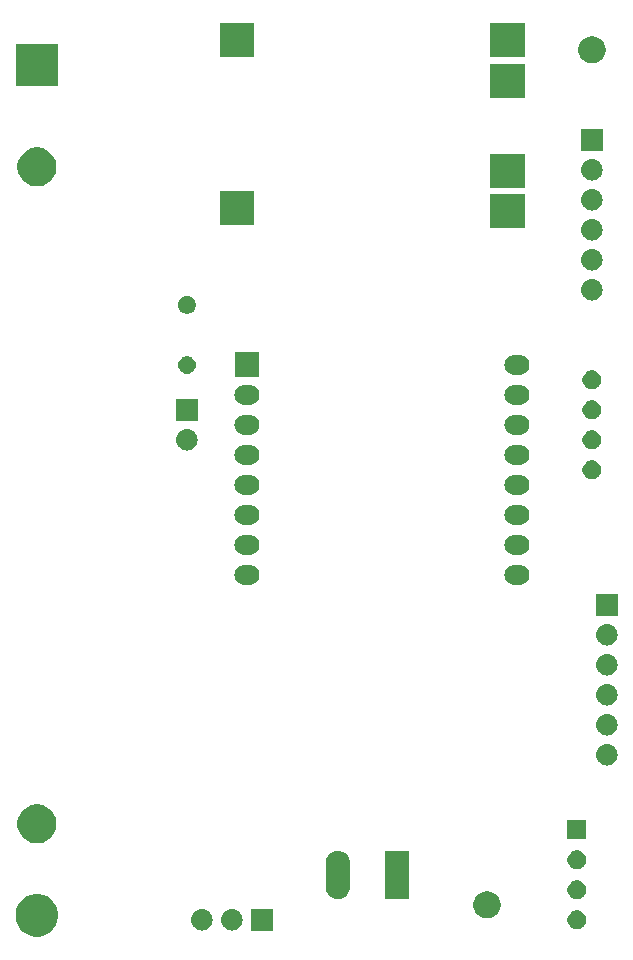
<source format=gbr>
G04 #@! TF.GenerationSoftware,KiCad,Pcbnew,(5.1.4)-1*
G04 #@! TF.CreationDate,2019-10-08T20:05:43+02:00*
G04 #@! TF.ProjectId,weather,77656174-6865-4722-9e6b-696361645f70,rev?*
G04 #@! TF.SameCoordinates,Original*
G04 #@! TF.FileFunction,Soldermask,Top*
G04 #@! TF.FilePolarity,Negative*
%FSLAX46Y46*%
G04 Gerber Fmt 4.6, Leading zero omitted, Abs format (unit mm)*
G04 Created by KiCad (PCBNEW (5.1.4)-1) date 2019-10-08 20:05:43*
%MOMM*%
%LPD*%
G04 APERTURE LIST*
%ADD10C,0.100000*%
G04 APERTURE END LIST*
D10*
G36*
X108475331Y-132498211D02*
G01*
X108803092Y-132633974D01*
X109098070Y-132831072D01*
X109348928Y-133081930D01*
X109546026Y-133376908D01*
X109681789Y-133704669D01*
X109751000Y-134052616D01*
X109751000Y-134407384D01*
X109681789Y-134755331D01*
X109546026Y-135083092D01*
X109348928Y-135378070D01*
X109098070Y-135628928D01*
X108803092Y-135826026D01*
X108475331Y-135961789D01*
X108127384Y-136031000D01*
X107772616Y-136031000D01*
X107424669Y-135961789D01*
X107096908Y-135826026D01*
X106801930Y-135628928D01*
X106551072Y-135378070D01*
X106353974Y-135083092D01*
X106218211Y-134755331D01*
X106149000Y-134407384D01*
X106149000Y-134052616D01*
X106218211Y-133704669D01*
X106353974Y-133376908D01*
X106551072Y-133081930D01*
X106801930Y-132831072D01*
X107096908Y-132633974D01*
X107424669Y-132498211D01*
X107772616Y-132429000D01*
X108127384Y-132429000D01*
X108475331Y-132498211D01*
X108475331Y-132498211D01*
G37*
G36*
X127901000Y-135521000D02*
G01*
X126099000Y-135521000D01*
X126099000Y-133719000D01*
X127901000Y-133719000D01*
X127901000Y-135521000D01*
X127901000Y-135521000D01*
G37*
G36*
X122030443Y-133725519D02*
G01*
X122096627Y-133732037D01*
X122266466Y-133783557D01*
X122422991Y-133867222D01*
X122457083Y-133895201D01*
X122560186Y-133979814D01*
X122643448Y-134081271D01*
X122672778Y-134117009D01*
X122756443Y-134273534D01*
X122807963Y-134443373D01*
X122825359Y-134620000D01*
X122807963Y-134796627D01*
X122756443Y-134966466D01*
X122672778Y-135122991D01*
X122643448Y-135158729D01*
X122560186Y-135260186D01*
X122458729Y-135343448D01*
X122422991Y-135372778D01*
X122266466Y-135456443D01*
X122096627Y-135507963D01*
X122030443Y-135514481D01*
X121964260Y-135521000D01*
X121875740Y-135521000D01*
X121809557Y-135514481D01*
X121743373Y-135507963D01*
X121573534Y-135456443D01*
X121417009Y-135372778D01*
X121381271Y-135343448D01*
X121279814Y-135260186D01*
X121196552Y-135158729D01*
X121167222Y-135122991D01*
X121083557Y-134966466D01*
X121032037Y-134796627D01*
X121014641Y-134620000D01*
X121032037Y-134443373D01*
X121083557Y-134273534D01*
X121167222Y-134117009D01*
X121196552Y-134081271D01*
X121279814Y-133979814D01*
X121382917Y-133895201D01*
X121417009Y-133867222D01*
X121573534Y-133783557D01*
X121743373Y-133732037D01*
X121809557Y-133725519D01*
X121875740Y-133719000D01*
X121964260Y-133719000D01*
X122030443Y-133725519D01*
X122030443Y-133725519D01*
G37*
G36*
X124570443Y-133725519D02*
G01*
X124636627Y-133732037D01*
X124806466Y-133783557D01*
X124962991Y-133867222D01*
X124997083Y-133895201D01*
X125100186Y-133979814D01*
X125183448Y-134081271D01*
X125212778Y-134117009D01*
X125296443Y-134273534D01*
X125347963Y-134443373D01*
X125365359Y-134620000D01*
X125347963Y-134796627D01*
X125296443Y-134966466D01*
X125212778Y-135122991D01*
X125183448Y-135158729D01*
X125100186Y-135260186D01*
X124998729Y-135343448D01*
X124962991Y-135372778D01*
X124806466Y-135456443D01*
X124636627Y-135507963D01*
X124570443Y-135514481D01*
X124504260Y-135521000D01*
X124415740Y-135521000D01*
X124349557Y-135514481D01*
X124283373Y-135507963D01*
X124113534Y-135456443D01*
X123957009Y-135372778D01*
X123921271Y-135343448D01*
X123819814Y-135260186D01*
X123736552Y-135158729D01*
X123707222Y-135122991D01*
X123623557Y-134966466D01*
X123572037Y-134796627D01*
X123554641Y-134620000D01*
X123572037Y-134443373D01*
X123623557Y-134273534D01*
X123707222Y-134117009D01*
X123736552Y-134081271D01*
X123819814Y-133979814D01*
X123922917Y-133895201D01*
X123957009Y-133867222D01*
X124113534Y-133783557D01*
X124283373Y-133732037D01*
X124349557Y-133725519D01*
X124415740Y-133719000D01*
X124504260Y-133719000D01*
X124570443Y-133725519D01*
X124570443Y-133725519D01*
G37*
G36*
X153903642Y-133849781D02*
G01*
X154049414Y-133910162D01*
X154049416Y-133910163D01*
X154180608Y-133997822D01*
X154292178Y-134109392D01*
X154379837Y-134240584D01*
X154379838Y-134240586D01*
X154440219Y-134386358D01*
X154471000Y-134541107D01*
X154471000Y-134698893D01*
X154440219Y-134853642D01*
X154379838Y-134999414D01*
X154379837Y-134999416D01*
X154292178Y-135130608D01*
X154180608Y-135242178D01*
X154049416Y-135329837D01*
X154049415Y-135329838D01*
X154049414Y-135329838D01*
X153903642Y-135390219D01*
X153748893Y-135421000D01*
X153591107Y-135421000D01*
X153436358Y-135390219D01*
X153290586Y-135329838D01*
X153290585Y-135329838D01*
X153290584Y-135329837D01*
X153159392Y-135242178D01*
X153047822Y-135130608D01*
X152960163Y-134999416D01*
X152960162Y-134999414D01*
X152899781Y-134853642D01*
X152869000Y-134698893D01*
X152869000Y-134541107D01*
X152899781Y-134386358D01*
X152960162Y-134240586D01*
X152960163Y-134240584D01*
X153047822Y-134109392D01*
X153159392Y-133997822D01*
X153290584Y-133910163D01*
X153290586Y-133910162D01*
X153436358Y-133849781D01*
X153591107Y-133819000D01*
X153748893Y-133819000D01*
X153903642Y-133849781D01*
X153903642Y-133849781D01*
G37*
G36*
X146274549Y-132221116D02*
G01*
X146385734Y-132243232D01*
X146595203Y-132329997D01*
X146783720Y-132455960D01*
X146944040Y-132616280D01*
X147070003Y-132804797D01*
X147070004Y-132804799D01*
X147084999Y-132841000D01*
X147156768Y-133014266D01*
X147201000Y-133236636D01*
X147201000Y-133463364D01*
X147156768Y-133685734D01*
X147070003Y-133895203D01*
X146944040Y-134083720D01*
X146783720Y-134244040D01*
X146595203Y-134370003D01*
X146385734Y-134456768D01*
X146274549Y-134478884D01*
X146163365Y-134501000D01*
X145936635Y-134501000D01*
X145825451Y-134478884D01*
X145714266Y-134456768D01*
X145504797Y-134370003D01*
X145316280Y-134244040D01*
X145155960Y-134083720D01*
X145029997Y-133895203D01*
X144943232Y-133685734D01*
X144899000Y-133463364D01*
X144899000Y-133236636D01*
X144943232Y-133014266D01*
X145015001Y-132841000D01*
X145029996Y-132804799D01*
X145029997Y-132804797D01*
X145155960Y-132616280D01*
X145316280Y-132455960D01*
X145504797Y-132329997D01*
X145714266Y-132243232D01*
X145825451Y-132221116D01*
X145936635Y-132199000D01*
X146163365Y-132199000D01*
X146274549Y-132221116D01*
X146274549Y-132221116D01*
G37*
G36*
X153903642Y-131309781D02*
G01*
X154049414Y-131370162D01*
X154049416Y-131370163D01*
X154180608Y-131457822D01*
X154292178Y-131569392D01*
X154379837Y-131700584D01*
X154379838Y-131700586D01*
X154440219Y-131846358D01*
X154471000Y-132001107D01*
X154471000Y-132158893D01*
X154440219Y-132313642D01*
X154392436Y-132429000D01*
X154379837Y-132459416D01*
X154292178Y-132590608D01*
X154180608Y-132702178D01*
X154049416Y-132789837D01*
X154049415Y-132789838D01*
X154049414Y-132789838D01*
X153903642Y-132850219D01*
X153748893Y-132881000D01*
X153591107Y-132881000D01*
X153436358Y-132850219D01*
X153290586Y-132789838D01*
X153290585Y-132789838D01*
X153290584Y-132789837D01*
X153159392Y-132702178D01*
X153047822Y-132590608D01*
X152960163Y-132459416D01*
X152947564Y-132429000D01*
X152899781Y-132313642D01*
X152869000Y-132158893D01*
X152869000Y-132001107D01*
X152899781Y-131846358D01*
X152960162Y-131700586D01*
X152960163Y-131700584D01*
X153047822Y-131569392D01*
X153159392Y-131457822D01*
X153290584Y-131370163D01*
X153290586Y-131370162D01*
X153436358Y-131309781D01*
X153591107Y-131279000D01*
X153748893Y-131279000D01*
X153903642Y-131309781D01*
X153903642Y-131309781D01*
G37*
G36*
X133634072Y-128794063D02*
G01*
X133830301Y-128853589D01*
X133830303Y-128853590D01*
X134011145Y-128950252D01*
X134169660Y-129080340D01*
X134299748Y-129238855D01*
X134335829Y-129306358D01*
X134396411Y-129419699D01*
X134455937Y-129615928D01*
X134471000Y-129768868D01*
X134471000Y-131851132D01*
X134455937Y-132004072D01*
X134396411Y-132200300D01*
X134396410Y-132200303D01*
X134299748Y-132381145D01*
X134169660Y-132539660D01*
X134076296Y-132616280D01*
X134011146Y-132669747D01*
X133830300Y-132766411D01*
X133634071Y-132825937D01*
X133430000Y-132846036D01*
X133225928Y-132825937D01*
X133029699Y-132766411D01*
X133029697Y-132766410D01*
X132848855Y-132669748D01*
X132690340Y-132539660D01*
X132594140Y-132422437D01*
X132560253Y-132381146D01*
X132463589Y-132200300D01*
X132404063Y-132004071D01*
X132389000Y-131851131D01*
X132389001Y-129768868D01*
X132404064Y-129615928D01*
X132463590Y-129419699D01*
X132524172Y-129306358D01*
X132560253Y-129238855D01*
X132690341Y-129080340D01*
X132848856Y-128950252D01*
X133029698Y-128853590D01*
X133029700Y-128853589D01*
X133225929Y-128794063D01*
X133430000Y-128773964D01*
X133634072Y-128794063D01*
X133634072Y-128794063D01*
G37*
G36*
X139471000Y-132841000D02*
G01*
X137389000Y-132841000D01*
X137389000Y-128779000D01*
X139471000Y-128779000D01*
X139471000Y-132841000D01*
X139471000Y-132841000D01*
G37*
G36*
X153903642Y-128769781D02*
G01*
X154049414Y-128830162D01*
X154049416Y-128830163D01*
X154180608Y-128917822D01*
X154292178Y-129029392D01*
X154379837Y-129160584D01*
X154379838Y-129160586D01*
X154440219Y-129306358D01*
X154471000Y-129461107D01*
X154471000Y-129618893D01*
X154440219Y-129773642D01*
X154379838Y-129919414D01*
X154379837Y-129919416D01*
X154292178Y-130050608D01*
X154180608Y-130162178D01*
X154049416Y-130249837D01*
X154049415Y-130249838D01*
X154049414Y-130249838D01*
X153903642Y-130310219D01*
X153748893Y-130341000D01*
X153591107Y-130341000D01*
X153436358Y-130310219D01*
X153290586Y-130249838D01*
X153290585Y-130249838D01*
X153290584Y-130249837D01*
X153159392Y-130162178D01*
X153047822Y-130050608D01*
X152960163Y-129919416D01*
X152960162Y-129919414D01*
X152899781Y-129773642D01*
X152869000Y-129618893D01*
X152869000Y-129461107D01*
X152899781Y-129306358D01*
X152960162Y-129160586D01*
X152960163Y-129160584D01*
X153047822Y-129029392D01*
X153159392Y-128917822D01*
X153290584Y-128830163D01*
X153290586Y-128830162D01*
X153436358Y-128769781D01*
X153591107Y-128739000D01*
X153748893Y-128739000D01*
X153903642Y-128769781D01*
X153903642Y-128769781D01*
G37*
G36*
X108325256Y-124876298D02*
G01*
X108431579Y-124897447D01*
X108732042Y-125021903D01*
X109002451Y-125202585D01*
X109232415Y-125432549D01*
X109413097Y-125702958D01*
X109537553Y-126003421D01*
X109601000Y-126322391D01*
X109601000Y-126647609D01*
X109537553Y-126966579D01*
X109413097Y-127267042D01*
X109232415Y-127537451D01*
X109002451Y-127767415D01*
X108732042Y-127948097D01*
X108431579Y-128072553D01*
X108325256Y-128093702D01*
X108112611Y-128136000D01*
X107787389Y-128136000D01*
X107574744Y-128093702D01*
X107468421Y-128072553D01*
X107167958Y-127948097D01*
X106897549Y-127767415D01*
X106667585Y-127537451D01*
X106486903Y-127267042D01*
X106362447Y-126966579D01*
X106299000Y-126647609D01*
X106299000Y-126322391D01*
X106362447Y-126003421D01*
X106486903Y-125702958D01*
X106667585Y-125432549D01*
X106897549Y-125202585D01*
X107167958Y-125021903D01*
X107468421Y-124897447D01*
X107574744Y-124876298D01*
X107787389Y-124834000D01*
X108112611Y-124834000D01*
X108325256Y-124876298D01*
X108325256Y-124876298D01*
G37*
G36*
X154471000Y-127801000D02*
G01*
X152869000Y-127801000D01*
X152869000Y-126199000D01*
X154471000Y-126199000D01*
X154471000Y-127801000D01*
X154471000Y-127801000D01*
G37*
G36*
X156320442Y-119755518D02*
G01*
X156386627Y-119762037D01*
X156556466Y-119813557D01*
X156712991Y-119897222D01*
X156748729Y-119926552D01*
X156850186Y-120009814D01*
X156933448Y-120111271D01*
X156962778Y-120147009D01*
X157046443Y-120303534D01*
X157097963Y-120473373D01*
X157115359Y-120650000D01*
X157097963Y-120826627D01*
X157046443Y-120996466D01*
X156962778Y-121152991D01*
X156933448Y-121188729D01*
X156850186Y-121290186D01*
X156748729Y-121373448D01*
X156712991Y-121402778D01*
X156556466Y-121486443D01*
X156386627Y-121537963D01*
X156320443Y-121544481D01*
X156254260Y-121551000D01*
X156165740Y-121551000D01*
X156099557Y-121544481D01*
X156033373Y-121537963D01*
X155863534Y-121486443D01*
X155707009Y-121402778D01*
X155671271Y-121373448D01*
X155569814Y-121290186D01*
X155486552Y-121188729D01*
X155457222Y-121152991D01*
X155373557Y-120996466D01*
X155322037Y-120826627D01*
X155304641Y-120650000D01*
X155322037Y-120473373D01*
X155373557Y-120303534D01*
X155457222Y-120147009D01*
X155486552Y-120111271D01*
X155569814Y-120009814D01*
X155671271Y-119926552D01*
X155707009Y-119897222D01*
X155863534Y-119813557D01*
X156033373Y-119762037D01*
X156099558Y-119755518D01*
X156165740Y-119749000D01*
X156254260Y-119749000D01*
X156320442Y-119755518D01*
X156320442Y-119755518D01*
G37*
G36*
X156320443Y-117215519D02*
G01*
X156386627Y-117222037D01*
X156556466Y-117273557D01*
X156712991Y-117357222D01*
X156748729Y-117386552D01*
X156850186Y-117469814D01*
X156933448Y-117571271D01*
X156962778Y-117607009D01*
X157046443Y-117763534D01*
X157097963Y-117933373D01*
X157115359Y-118110000D01*
X157097963Y-118286627D01*
X157046443Y-118456466D01*
X156962778Y-118612991D01*
X156933448Y-118648729D01*
X156850186Y-118750186D01*
X156748729Y-118833448D01*
X156712991Y-118862778D01*
X156556466Y-118946443D01*
X156386627Y-118997963D01*
X156320443Y-119004481D01*
X156254260Y-119011000D01*
X156165740Y-119011000D01*
X156099557Y-119004481D01*
X156033373Y-118997963D01*
X155863534Y-118946443D01*
X155707009Y-118862778D01*
X155671271Y-118833448D01*
X155569814Y-118750186D01*
X155486552Y-118648729D01*
X155457222Y-118612991D01*
X155373557Y-118456466D01*
X155322037Y-118286627D01*
X155304641Y-118110000D01*
X155322037Y-117933373D01*
X155373557Y-117763534D01*
X155457222Y-117607009D01*
X155486552Y-117571271D01*
X155569814Y-117469814D01*
X155671271Y-117386552D01*
X155707009Y-117357222D01*
X155863534Y-117273557D01*
X156033373Y-117222037D01*
X156099557Y-117215519D01*
X156165740Y-117209000D01*
X156254260Y-117209000D01*
X156320443Y-117215519D01*
X156320443Y-117215519D01*
G37*
G36*
X156320443Y-114675519D02*
G01*
X156386627Y-114682037D01*
X156556466Y-114733557D01*
X156712991Y-114817222D01*
X156748729Y-114846552D01*
X156850186Y-114929814D01*
X156933448Y-115031271D01*
X156962778Y-115067009D01*
X157046443Y-115223534D01*
X157097963Y-115393373D01*
X157115359Y-115570000D01*
X157097963Y-115746627D01*
X157046443Y-115916466D01*
X156962778Y-116072991D01*
X156933448Y-116108729D01*
X156850186Y-116210186D01*
X156748729Y-116293448D01*
X156712991Y-116322778D01*
X156556466Y-116406443D01*
X156386627Y-116457963D01*
X156320442Y-116464482D01*
X156254260Y-116471000D01*
X156165740Y-116471000D01*
X156099558Y-116464482D01*
X156033373Y-116457963D01*
X155863534Y-116406443D01*
X155707009Y-116322778D01*
X155671271Y-116293448D01*
X155569814Y-116210186D01*
X155486552Y-116108729D01*
X155457222Y-116072991D01*
X155373557Y-115916466D01*
X155322037Y-115746627D01*
X155304641Y-115570000D01*
X155322037Y-115393373D01*
X155373557Y-115223534D01*
X155457222Y-115067009D01*
X155486552Y-115031271D01*
X155569814Y-114929814D01*
X155671271Y-114846552D01*
X155707009Y-114817222D01*
X155863534Y-114733557D01*
X156033373Y-114682037D01*
X156099557Y-114675519D01*
X156165740Y-114669000D01*
X156254260Y-114669000D01*
X156320443Y-114675519D01*
X156320443Y-114675519D01*
G37*
G36*
X156320443Y-112135519D02*
G01*
X156386627Y-112142037D01*
X156556466Y-112193557D01*
X156712991Y-112277222D01*
X156748729Y-112306552D01*
X156850186Y-112389814D01*
X156933448Y-112491271D01*
X156962778Y-112527009D01*
X157046443Y-112683534D01*
X157097963Y-112853373D01*
X157115359Y-113030000D01*
X157097963Y-113206627D01*
X157046443Y-113376466D01*
X156962778Y-113532991D01*
X156933448Y-113568729D01*
X156850186Y-113670186D01*
X156748729Y-113753448D01*
X156712991Y-113782778D01*
X156556466Y-113866443D01*
X156386627Y-113917963D01*
X156320443Y-113924481D01*
X156254260Y-113931000D01*
X156165740Y-113931000D01*
X156099557Y-113924481D01*
X156033373Y-113917963D01*
X155863534Y-113866443D01*
X155707009Y-113782778D01*
X155671271Y-113753448D01*
X155569814Y-113670186D01*
X155486552Y-113568729D01*
X155457222Y-113532991D01*
X155373557Y-113376466D01*
X155322037Y-113206627D01*
X155304641Y-113030000D01*
X155322037Y-112853373D01*
X155373557Y-112683534D01*
X155457222Y-112527009D01*
X155486552Y-112491271D01*
X155569814Y-112389814D01*
X155671271Y-112306552D01*
X155707009Y-112277222D01*
X155863534Y-112193557D01*
X156033373Y-112142037D01*
X156099557Y-112135519D01*
X156165740Y-112129000D01*
X156254260Y-112129000D01*
X156320443Y-112135519D01*
X156320443Y-112135519D01*
G37*
G36*
X156320442Y-109595518D02*
G01*
X156386627Y-109602037D01*
X156556466Y-109653557D01*
X156712991Y-109737222D01*
X156748729Y-109766552D01*
X156850186Y-109849814D01*
X156933448Y-109951271D01*
X156962778Y-109987009D01*
X157046443Y-110143534D01*
X157097963Y-110313373D01*
X157115359Y-110490000D01*
X157097963Y-110666627D01*
X157046443Y-110836466D01*
X156962778Y-110992991D01*
X156933448Y-111028729D01*
X156850186Y-111130186D01*
X156748729Y-111213448D01*
X156712991Y-111242778D01*
X156556466Y-111326443D01*
X156386627Y-111377963D01*
X156320443Y-111384481D01*
X156254260Y-111391000D01*
X156165740Y-111391000D01*
X156099557Y-111384481D01*
X156033373Y-111377963D01*
X155863534Y-111326443D01*
X155707009Y-111242778D01*
X155671271Y-111213448D01*
X155569814Y-111130186D01*
X155486552Y-111028729D01*
X155457222Y-110992991D01*
X155373557Y-110836466D01*
X155322037Y-110666627D01*
X155304641Y-110490000D01*
X155322037Y-110313373D01*
X155373557Y-110143534D01*
X155457222Y-109987009D01*
X155486552Y-109951271D01*
X155569814Y-109849814D01*
X155671271Y-109766552D01*
X155707009Y-109737222D01*
X155863534Y-109653557D01*
X156033373Y-109602037D01*
X156099558Y-109595518D01*
X156165740Y-109589000D01*
X156254260Y-109589000D01*
X156320442Y-109595518D01*
X156320442Y-109595518D01*
G37*
G36*
X157111000Y-108851000D02*
G01*
X155309000Y-108851000D01*
X155309000Y-107049000D01*
X157111000Y-107049000D01*
X157111000Y-108851000D01*
X157111000Y-108851000D01*
G37*
G36*
X148956823Y-104571313D02*
G01*
X149117242Y-104619976D01*
X149249906Y-104690886D01*
X149265078Y-104698996D01*
X149394659Y-104805341D01*
X149501004Y-104934922D01*
X149501005Y-104934924D01*
X149580024Y-105082758D01*
X149628687Y-105243177D01*
X149645117Y-105410000D01*
X149628687Y-105576823D01*
X149580024Y-105737242D01*
X149509114Y-105869906D01*
X149501004Y-105885078D01*
X149394659Y-106014659D01*
X149265078Y-106121004D01*
X149265076Y-106121005D01*
X149117242Y-106200024D01*
X148956823Y-106248687D01*
X148831804Y-106261000D01*
X148348196Y-106261000D01*
X148223177Y-106248687D01*
X148062758Y-106200024D01*
X147914924Y-106121005D01*
X147914922Y-106121004D01*
X147785341Y-106014659D01*
X147678996Y-105885078D01*
X147670886Y-105869906D01*
X147599976Y-105737242D01*
X147551313Y-105576823D01*
X147534883Y-105410000D01*
X147551313Y-105243177D01*
X147599976Y-105082758D01*
X147678995Y-104934924D01*
X147678996Y-104934922D01*
X147785341Y-104805341D01*
X147914922Y-104698996D01*
X147930094Y-104690886D01*
X148062758Y-104619976D01*
X148223177Y-104571313D01*
X148348196Y-104559000D01*
X148831804Y-104559000D01*
X148956823Y-104571313D01*
X148956823Y-104571313D01*
G37*
G36*
X126096823Y-104571313D02*
G01*
X126257242Y-104619976D01*
X126389906Y-104690886D01*
X126405078Y-104698996D01*
X126534659Y-104805341D01*
X126641004Y-104934922D01*
X126641005Y-104934924D01*
X126720024Y-105082758D01*
X126768687Y-105243177D01*
X126785117Y-105410000D01*
X126768687Y-105576823D01*
X126720024Y-105737242D01*
X126649114Y-105869906D01*
X126641004Y-105885078D01*
X126534659Y-106014659D01*
X126405078Y-106121004D01*
X126405076Y-106121005D01*
X126257242Y-106200024D01*
X126096823Y-106248687D01*
X125971804Y-106261000D01*
X125488196Y-106261000D01*
X125363177Y-106248687D01*
X125202758Y-106200024D01*
X125054924Y-106121005D01*
X125054922Y-106121004D01*
X124925341Y-106014659D01*
X124818996Y-105885078D01*
X124810886Y-105869906D01*
X124739976Y-105737242D01*
X124691313Y-105576823D01*
X124674883Y-105410000D01*
X124691313Y-105243177D01*
X124739976Y-105082758D01*
X124818995Y-104934924D01*
X124818996Y-104934922D01*
X124925341Y-104805341D01*
X125054922Y-104698996D01*
X125070094Y-104690886D01*
X125202758Y-104619976D01*
X125363177Y-104571313D01*
X125488196Y-104559000D01*
X125971804Y-104559000D01*
X126096823Y-104571313D01*
X126096823Y-104571313D01*
G37*
G36*
X148956823Y-102031313D02*
G01*
X149117242Y-102079976D01*
X149249906Y-102150886D01*
X149265078Y-102158996D01*
X149394659Y-102265341D01*
X149501004Y-102394922D01*
X149501005Y-102394924D01*
X149580024Y-102542758D01*
X149628687Y-102703177D01*
X149645117Y-102870000D01*
X149628687Y-103036823D01*
X149580024Y-103197242D01*
X149509114Y-103329906D01*
X149501004Y-103345078D01*
X149394659Y-103474659D01*
X149265078Y-103581004D01*
X149265076Y-103581005D01*
X149117242Y-103660024D01*
X148956823Y-103708687D01*
X148831804Y-103721000D01*
X148348196Y-103721000D01*
X148223177Y-103708687D01*
X148062758Y-103660024D01*
X147914924Y-103581005D01*
X147914922Y-103581004D01*
X147785341Y-103474659D01*
X147678996Y-103345078D01*
X147670886Y-103329906D01*
X147599976Y-103197242D01*
X147551313Y-103036823D01*
X147534883Y-102870000D01*
X147551313Y-102703177D01*
X147599976Y-102542758D01*
X147678995Y-102394924D01*
X147678996Y-102394922D01*
X147785341Y-102265341D01*
X147914922Y-102158996D01*
X147930094Y-102150886D01*
X148062758Y-102079976D01*
X148223177Y-102031313D01*
X148348196Y-102019000D01*
X148831804Y-102019000D01*
X148956823Y-102031313D01*
X148956823Y-102031313D01*
G37*
G36*
X126096823Y-102031313D02*
G01*
X126257242Y-102079976D01*
X126389906Y-102150886D01*
X126405078Y-102158996D01*
X126534659Y-102265341D01*
X126641004Y-102394922D01*
X126641005Y-102394924D01*
X126720024Y-102542758D01*
X126768687Y-102703177D01*
X126785117Y-102870000D01*
X126768687Y-103036823D01*
X126720024Y-103197242D01*
X126649114Y-103329906D01*
X126641004Y-103345078D01*
X126534659Y-103474659D01*
X126405078Y-103581004D01*
X126405076Y-103581005D01*
X126257242Y-103660024D01*
X126096823Y-103708687D01*
X125971804Y-103721000D01*
X125488196Y-103721000D01*
X125363177Y-103708687D01*
X125202758Y-103660024D01*
X125054924Y-103581005D01*
X125054922Y-103581004D01*
X124925341Y-103474659D01*
X124818996Y-103345078D01*
X124810886Y-103329906D01*
X124739976Y-103197242D01*
X124691313Y-103036823D01*
X124674883Y-102870000D01*
X124691313Y-102703177D01*
X124739976Y-102542758D01*
X124818995Y-102394924D01*
X124818996Y-102394922D01*
X124925341Y-102265341D01*
X125054922Y-102158996D01*
X125070094Y-102150886D01*
X125202758Y-102079976D01*
X125363177Y-102031313D01*
X125488196Y-102019000D01*
X125971804Y-102019000D01*
X126096823Y-102031313D01*
X126096823Y-102031313D01*
G37*
G36*
X148956823Y-99491313D02*
G01*
X149117242Y-99539976D01*
X149249906Y-99610886D01*
X149265078Y-99618996D01*
X149394659Y-99725341D01*
X149501004Y-99854922D01*
X149501005Y-99854924D01*
X149580024Y-100002758D01*
X149628687Y-100163177D01*
X149645117Y-100330000D01*
X149628687Y-100496823D01*
X149580024Y-100657242D01*
X149509114Y-100789906D01*
X149501004Y-100805078D01*
X149394659Y-100934659D01*
X149265078Y-101041004D01*
X149265076Y-101041005D01*
X149117242Y-101120024D01*
X148956823Y-101168687D01*
X148831804Y-101181000D01*
X148348196Y-101181000D01*
X148223177Y-101168687D01*
X148062758Y-101120024D01*
X147914924Y-101041005D01*
X147914922Y-101041004D01*
X147785341Y-100934659D01*
X147678996Y-100805078D01*
X147670886Y-100789906D01*
X147599976Y-100657242D01*
X147551313Y-100496823D01*
X147534883Y-100330000D01*
X147551313Y-100163177D01*
X147599976Y-100002758D01*
X147678995Y-99854924D01*
X147678996Y-99854922D01*
X147785341Y-99725341D01*
X147914922Y-99618996D01*
X147930094Y-99610886D01*
X148062758Y-99539976D01*
X148223177Y-99491313D01*
X148348196Y-99479000D01*
X148831804Y-99479000D01*
X148956823Y-99491313D01*
X148956823Y-99491313D01*
G37*
G36*
X126096823Y-99491313D02*
G01*
X126257242Y-99539976D01*
X126389906Y-99610886D01*
X126405078Y-99618996D01*
X126534659Y-99725341D01*
X126641004Y-99854922D01*
X126641005Y-99854924D01*
X126720024Y-100002758D01*
X126768687Y-100163177D01*
X126785117Y-100330000D01*
X126768687Y-100496823D01*
X126720024Y-100657242D01*
X126649114Y-100789906D01*
X126641004Y-100805078D01*
X126534659Y-100934659D01*
X126405078Y-101041004D01*
X126405076Y-101041005D01*
X126257242Y-101120024D01*
X126096823Y-101168687D01*
X125971804Y-101181000D01*
X125488196Y-101181000D01*
X125363177Y-101168687D01*
X125202758Y-101120024D01*
X125054924Y-101041005D01*
X125054922Y-101041004D01*
X124925341Y-100934659D01*
X124818996Y-100805078D01*
X124810886Y-100789906D01*
X124739976Y-100657242D01*
X124691313Y-100496823D01*
X124674883Y-100330000D01*
X124691313Y-100163177D01*
X124739976Y-100002758D01*
X124818995Y-99854924D01*
X124818996Y-99854922D01*
X124925341Y-99725341D01*
X125054922Y-99618996D01*
X125070094Y-99610886D01*
X125202758Y-99539976D01*
X125363177Y-99491313D01*
X125488196Y-99479000D01*
X125971804Y-99479000D01*
X126096823Y-99491313D01*
X126096823Y-99491313D01*
G37*
G36*
X148956823Y-96951313D02*
G01*
X149117242Y-96999976D01*
X149174550Y-97030608D01*
X149265078Y-97078996D01*
X149394659Y-97185341D01*
X149501004Y-97314922D01*
X149501005Y-97314924D01*
X149580024Y-97462758D01*
X149628687Y-97623177D01*
X149645117Y-97790000D01*
X149628687Y-97956823D01*
X149580024Y-98117242D01*
X149509114Y-98249906D01*
X149501004Y-98265078D01*
X149394659Y-98394659D01*
X149265078Y-98501004D01*
X149265076Y-98501005D01*
X149117242Y-98580024D01*
X148956823Y-98628687D01*
X148831804Y-98641000D01*
X148348196Y-98641000D01*
X148223177Y-98628687D01*
X148062758Y-98580024D01*
X147914924Y-98501005D01*
X147914922Y-98501004D01*
X147785341Y-98394659D01*
X147678996Y-98265078D01*
X147670886Y-98249906D01*
X147599976Y-98117242D01*
X147551313Y-97956823D01*
X147534883Y-97790000D01*
X147551313Y-97623177D01*
X147599976Y-97462758D01*
X147678995Y-97314924D01*
X147678996Y-97314922D01*
X147785341Y-97185341D01*
X147914922Y-97078996D01*
X148005450Y-97030608D01*
X148062758Y-96999976D01*
X148223177Y-96951313D01*
X148348196Y-96939000D01*
X148831804Y-96939000D01*
X148956823Y-96951313D01*
X148956823Y-96951313D01*
G37*
G36*
X126096823Y-96951313D02*
G01*
X126257242Y-96999976D01*
X126314550Y-97030608D01*
X126405078Y-97078996D01*
X126534659Y-97185341D01*
X126641004Y-97314922D01*
X126641005Y-97314924D01*
X126720024Y-97462758D01*
X126768687Y-97623177D01*
X126785117Y-97790000D01*
X126768687Y-97956823D01*
X126720024Y-98117242D01*
X126649114Y-98249906D01*
X126641004Y-98265078D01*
X126534659Y-98394659D01*
X126405078Y-98501004D01*
X126405076Y-98501005D01*
X126257242Y-98580024D01*
X126096823Y-98628687D01*
X125971804Y-98641000D01*
X125488196Y-98641000D01*
X125363177Y-98628687D01*
X125202758Y-98580024D01*
X125054924Y-98501005D01*
X125054922Y-98501004D01*
X124925341Y-98394659D01*
X124818996Y-98265078D01*
X124810886Y-98249906D01*
X124739976Y-98117242D01*
X124691313Y-97956823D01*
X124674883Y-97790000D01*
X124691313Y-97623177D01*
X124739976Y-97462758D01*
X124818995Y-97314924D01*
X124818996Y-97314922D01*
X124925341Y-97185341D01*
X125054922Y-97078996D01*
X125145450Y-97030608D01*
X125202758Y-96999976D01*
X125363177Y-96951313D01*
X125488196Y-96939000D01*
X125971804Y-96939000D01*
X126096823Y-96951313D01*
X126096823Y-96951313D01*
G37*
G36*
X155173642Y-95749781D02*
G01*
X155319414Y-95810162D01*
X155319416Y-95810163D01*
X155450608Y-95897822D01*
X155562178Y-96009392D01*
X155623388Y-96101000D01*
X155649838Y-96140586D01*
X155710219Y-96286358D01*
X155741000Y-96441107D01*
X155741000Y-96598893D01*
X155710219Y-96753642D01*
X155649838Y-96899414D01*
X155649837Y-96899416D01*
X155562178Y-97030608D01*
X155450608Y-97142178D01*
X155319416Y-97229837D01*
X155319415Y-97229838D01*
X155319414Y-97229838D01*
X155173642Y-97290219D01*
X155018893Y-97321000D01*
X154861107Y-97321000D01*
X154706358Y-97290219D01*
X154560586Y-97229838D01*
X154560585Y-97229838D01*
X154560584Y-97229837D01*
X154429392Y-97142178D01*
X154317822Y-97030608D01*
X154230163Y-96899416D01*
X154230162Y-96899414D01*
X154169781Y-96753642D01*
X154139000Y-96598893D01*
X154139000Y-96441107D01*
X154169781Y-96286358D01*
X154230162Y-96140586D01*
X154256612Y-96101000D01*
X154317822Y-96009392D01*
X154429392Y-95897822D01*
X154560584Y-95810163D01*
X154560586Y-95810162D01*
X154706358Y-95749781D01*
X154861107Y-95719000D01*
X155018893Y-95719000D01*
X155173642Y-95749781D01*
X155173642Y-95749781D01*
G37*
G36*
X126096823Y-94411313D02*
G01*
X126257242Y-94459976D01*
X126314550Y-94490608D01*
X126405078Y-94538996D01*
X126534659Y-94645341D01*
X126641004Y-94774922D01*
X126641005Y-94774924D01*
X126720024Y-94922758D01*
X126768687Y-95083177D01*
X126785117Y-95250000D01*
X126768687Y-95416823D01*
X126720024Y-95577242D01*
X126649114Y-95709906D01*
X126641004Y-95725078D01*
X126534659Y-95854659D01*
X126405078Y-95961004D01*
X126405076Y-95961005D01*
X126257242Y-96040024D01*
X126096823Y-96088687D01*
X125971804Y-96101000D01*
X125488196Y-96101000D01*
X125363177Y-96088687D01*
X125202758Y-96040024D01*
X125054924Y-95961005D01*
X125054922Y-95961004D01*
X124925341Y-95854659D01*
X124818996Y-95725078D01*
X124810886Y-95709906D01*
X124739976Y-95577242D01*
X124691313Y-95416823D01*
X124674883Y-95250000D01*
X124691313Y-95083177D01*
X124739976Y-94922758D01*
X124818995Y-94774924D01*
X124818996Y-94774922D01*
X124925341Y-94645341D01*
X125054922Y-94538996D01*
X125145450Y-94490608D01*
X125202758Y-94459976D01*
X125363177Y-94411313D01*
X125488196Y-94399000D01*
X125971804Y-94399000D01*
X126096823Y-94411313D01*
X126096823Y-94411313D01*
G37*
G36*
X148956823Y-94411313D02*
G01*
X149117242Y-94459976D01*
X149174550Y-94490608D01*
X149265078Y-94538996D01*
X149394659Y-94645341D01*
X149501004Y-94774922D01*
X149501005Y-94774924D01*
X149580024Y-94922758D01*
X149628687Y-95083177D01*
X149645117Y-95250000D01*
X149628687Y-95416823D01*
X149580024Y-95577242D01*
X149509114Y-95709906D01*
X149501004Y-95725078D01*
X149394659Y-95854659D01*
X149265078Y-95961004D01*
X149265076Y-95961005D01*
X149117242Y-96040024D01*
X148956823Y-96088687D01*
X148831804Y-96101000D01*
X148348196Y-96101000D01*
X148223177Y-96088687D01*
X148062758Y-96040024D01*
X147914924Y-95961005D01*
X147914922Y-95961004D01*
X147785341Y-95854659D01*
X147678996Y-95725078D01*
X147670886Y-95709906D01*
X147599976Y-95577242D01*
X147551313Y-95416823D01*
X147534883Y-95250000D01*
X147551313Y-95083177D01*
X147599976Y-94922758D01*
X147678995Y-94774924D01*
X147678996Y-94774922D01*
X147785341Y-94645341D01*
X147914922Y-94538996D01*
X148005450Y-94490608D01*
X148062758Y-94459976D01*
X148223177Y-94411313D01*
X148348196Y-94399000D01*
X148831804Y-94399000D01*
X148956823Y-94411313D01*
X148956823Y-94411313D01*
G37*
G36*
X120760443Y-93085519D02*
G01*
X120826627Y-93092037D01*
X120996466Y-93143557D01*
X121152991Y-93227222D01*
X121188729Y-93256552D01*
X121290186Y-93339814D01*
X121373448Y-93441271D01*
X121402778Y-93477009D01*
X121486443Y-93633534D01*
X121537963Y-93803373D01*
X121555359Y-93980000D01*
X121537963Y-94156627D01*
X121486443Y-94326466D01*
X121402778Y-94482991D01*
X121373448Y-94518729D01*
X121290186Y-94620186D01*
X121188729Y-94703448D01*
X121152991Y-94732778D01*
X120996466Y-94816443D01*
X120826627Y-94867963D01*
X120760443Y-94874481D01*
X120694260Y-94881000D01*
X120605740Y-94881000D01*
X120539557Y-94874481D01*
X120473373Y-94867963D01*
X120303534Y-94816443D01*
X120147009Y-94732778D01*
X120111271Y-94703448D01*
X120009814Y-94620186D01*
X119926552Y-94518729D01*
X119897222Y-94482991D01*
X119813557Y-94326466D01*
X119762037Y-94156627D01*
X119744641Y-93980000D01*
X119762037Y-93803373D01*
X119813557Y-93633534D01*
X119897222Y-93477009D01*
X119926552Y-93441271D01*
X120009814Y-93339814D01*
X120111271Y-93256552D01*
X120147009Y-93227222D01*
X120303534Y-93143557D01*
X120473373Y-93092037D01*
X120539557Y-93085519D01*
X120605740Y-93079000D01*
X120694260Y-93079000D01*
X120760443Y-93085519D01*
X120760443Y-93085519D01*
G37*
G36*
X155173642Y-93209781D02*
G01*
X155319414Y-93270162D01*
X155319416Y-93270163D01*
X155450608Y-93357822D01*
X155562178Y-93469392D01*
X155623388Y-93561000D01*
X155649838Y-93600586D01*
X155710219Y-93746358D01*
X155741000Y-93901107D01*
X155741000Y-94058893D01*
X155710219Y-94213642D01*
X155649838Y-94359414D01*
X155649837Y-94359416D01*
X155562178Y-94490608D01*
X155450608Y-94602178D01*
X155319416Y-94689837D01*
X155319415Y-94689838D01*
X155319414Y-94689838D01*
X155173642Y-94750219D01*
X155018893Y-94781000D01*
X154861107Y-94781000D01*
X154706358Y-94750219D01*
X154560586Y-94689838D01*
X154560585Y-94689838D01*
X154560584Y-94689837D01*
X154429392Y-94602178D01*
X154317822Y-94490608D01*
X154230163Y-94359416D01*
X154230162Y-94359414D01*
X154169781Y-94213642D01*
X154139000Y-94058893D01*
X154139000Y-93901107D01*
X154169781Y-93746358D01*
X154230162Y-93600586D01*
X154256612Y-93561000D01*
X154317822Y-93469392D01*
X154429392Y-93357822D01*
X154560584Y-93270163D01*
X154560586Y-93270162D01*
X154706358Y-93209781D01*
X154861107Y-93179000D01*
X155018893Y-93179000D01*
X155173642Y-93209781D01*
X155173642Y-93209781D01*
G37*
G36*
X148956823Y-91871313D02*
G01*
X149117242Y-91919976D01*
X149174550Y-91950608D01*
X149265078Y-91998996D01*
X149394659Y-92105341D01*
X149501004Y-92234922D01*
X149501005Y-92234924D01*
X149580024Y-92382758D01*
X149628687Y-92543177D01*
X149645117Y-92710000D01*
X149628687Y-92876823D01*
X149580024Y-93037242D01*
X149550735Y-93092037D01*
X149501004Y-93185078D01*
X149394659Y-93314659D01*
X149265078Y-93421004D01*
X149265076Y-93421005D01*
X149117242Y-93500024D01*
X148956823Y-93548687D01*
X148831804Y-93561000D01*
X148348196Y-93561000D01*
X148223177Y-93548687D01*
X148062758Y-93500024D01*
X147914924Y-93421005D01*
X147914922Y-93421004D01*
X147785341Y-93314659D01*
X147678996Y-93185078D01*
X147629265Y-93092037D01*
X147599976Y-93037242D01*
X147551313Y-92876823D01*
X147534883Y-92710000D01*
X147551313Y-92543177D01*
X147599976Y-92382758D01*
X147678995Y-92234924D01*
X147678996Y-92234922D01*
X147785341Y-92105341D01*
X147914922Y-91998996D01*
X148005450Y-91950608D01*
X148062758Y-91919976D01*
X148223177Y-91871313D01*
X148348196Y-91859000D01*
X148831804Y-91859000D01*
X148956823Y-91871313D01*
X148956823Y-91871313D01*
G37*
G36*
X126096823Y-91871313D02*
G01*
X126257242Y-91919976D01*
X126314550Y-91950608D01*
X126405078Y-91998996D01*
X126534659Y-92105341D01*
X126641004Y-92234922D01*
X126641005Y-92234924D01*
X126720024Y-92382758D01*
X126768687Y-92543177D01*
X126785117Y-92710000D01*
X126768687Y-92876823D01*
X126720024Y-93037242D01*
X126690735Y-93092037D01*
X126641004Y-93185078D01*
X126534659Y-93314659D01*
X126405078Y-93421004D01*
X126405076Y-93421005D01*
X126257242Y-93500024D01*
X126096823Y-93548687D01*
X125971804Y-93561000D01*
X125488196Y-93561000D01*
X125363177Y-93548687D01*
X125202758Y-93500024D01*
X125054924Y-93421005D01*
X125054922Y-93421004D01*
X124925341Y-93314659D01*
X124818996Y-93185078D01*
X124769265Y-93092037D01*
X124739976Y-93037242D01*
X124691313Y-92876823D01*
X124674883Y-92710000D01*
X124691313Y-92543177D01*
X124739976Y-92382758D01*
X124818995Y-92234924D01*
X124818996Y-92234922D01*
X124925341Y-92105341D01*
X125054922Y-91998996D01*
X125145450Y-91950608D01*
X125202758Y-91919976D01*
X125363177Y-91871313D01*
X125488196Y-91859000D01*
X125971804Y-91859000D01*
X126096823Y-91871313D01*
X126096823Y-91871313D01*
G37*
G36*
X121551000Y-92341000D02*
G01*
X119749000Y-92341000D01*
X119749000Y-90539000D01*
X121551000Y-90539000D01*
X121551000Y-92341000D01*
X121551000Y-92341000D01*
G37*
G36*
X155173642Y-90669781D02*
G01*
X155319414Y-90730162D01*
X155319416Y-90730163D01*
X155450608Y-90817822D01*
X155562178Y-90929392D01*
X155623388Y-91021000D01*
X155649838Y-91060586D01*
X155710219Y-91206358D01*
X155741000Y-91361107D01*
X155741000Y-91518893D01*
X155710219Y-91673642D01*
X155649838Y-91819414D01*
X155649837Y-91819416D01*
X155562178Y-91950608D01*
X155450608Y-92062178D01*
X155319416Y-92149837D01*
X155319415Y-92149838D01*
X155319414Y-92149838D01*
X155173642Y-92210219D01*
X155018893Y-92241000D01*
X154861107Y-92241000D01*
X154706358Y-92210219D01*
X154560586Y-92149838D01*
X154560585Y-92149838D01*
X154560584Y-92149837D01*
X154429392Y-92062178D01*
X154317822Y-91950608D01*
X154230163Y-91819416D01*
X154230162Y-91819414D01*
X154169781Y-91673642D01*
X154139000Y-91518893D01*
X154139000Y-91361107D01*
X154169781Y-91206358D01*
X154230162Y-91060586D01*
X154256612Y-91021000D01*
X154317822Y-90929392D01*
X154429392Y-90817822D01*
X154560584Y-90730163D01*
X154560586Y-90730162D01*
X154706358Y-90669781D01*
X154861107Y-90639000D01*
X155018893Y-90639000D01*
X155173642Y-90669781D01*
X155173642Y-90669781D01*
G37*
G36*
X148956823Y-89331313D02*
G01*
X149117242Y-89379976D01*
X149174550Y-89410608D01*
X149265078Y-89458996D01*
X149394659Y-89565341D01*
X149501004Y-89694922D01*
X149501005Y-89694924D01*
X149580024Y-89842758D01*
X149628687Y-90003177D01*
X149645117Y-90170000D01*
X149628687Y-90336823D01*
X149580024Y-90497242D01*
X149509114Y-90629906D01*
X149501004Y-90645078D01*
X149394659Y-90774659D01*
X149265078Y-90881004D01*
X149265076Y-90881005D01*
X149117242Y-90960024D01*
X148956823Y-91008687D01*
X148831804Y-91021000D01*
X148348196Y-91021000D01*
X148223177Y-91008687D01*
X148062758Y-90960024D01*
X147914924Y-90881005D01*
X147914922Y-90881004D01*
X147785341Y-90774659D01*
X147678996Y-90645078D01*
X147670886Y-90629906D01*
X147599976Y-90497242D01*
X147551313Y-90336823D01*
X147534883Y-90170000D01*
X147551313Y-90003177D01*
X147599976Y-89842758D01*
X147678995Y-89694924D01*
X147678996Y-89694922D01*
X147785341Y-89565341D01*
X147914922Y-89458996D01*
X148005450Y-89410608D01*
X148062758Y-89379976D01*
X148223177Y-89331313D01*
X148348196Y-89319000D01*
X148831804Y-89319000D01*
X148956823Y-89331313D01*
X148956823Y-89331313D01*
G37*
G36*
X126096823Y-89331313D02*
G01*
X126257242Y-89379976D01*
X126314550Y-89410608D01*
X126405078Y-89458996D01*
X126534659Y-89565341D01*
X126641004Y-89694922D01*
X126641005Y-89694924D01*
X126720024Y-89842758D01*
X126768687Y-90003177D01*
X126785117Y-90170000D01*
X126768687Y-90336823D01*
X126720024Y-90497242D01*
X126649114Y-90629906D01*
X126641004Y-90645078D01*
X126534659Y-90774659D01*
X126405078Y-90881004D01*
X126405076Y-90881005D01*
X126257242Y-90960024D01*
X126096823Y-91008687D01*
X125971804Y-91021000D01*
X125488196Y-91021000D01*
X125363177Y-91008687D01*
X125202758Y-90960024D01*
X125054924Y-90881005D01*
X125054922Y-90881004D01*
X124925341Y-90774659D01*
X124818996Y-90645078D01*
X124810886Y-90629906D01*
X124739976Y-90497242D01*
X124691313Y-90336823D01*
X124674883Y-90170000D01*
X124691313Y-90003177D01*
X124739976Y-89842758D01*
X124818995Y-89694924D01*
X124818996Y-89694922D01*
X124925341Y-89565341D01*
X125054922Y-89458996D01*
X125145450Y-89410608D01*
X125202758Y-89379976D01*
X125363177Y-89331313D01*
X125488196Y-89319000D01*
X125971804Y-89319000D01*
X126096823Y-89331313D01*
X126096823Y-89331313D01*
G37*
G36*
X155173642Y-88129781D02*
G01*
X155319414Y-88190162D01*
X155319416Y-88190163D01*
X155450608Y-88277822D01*
X155562178Y-88389392D01*
X155623388Y-88481000D01*
X155649838Y-88520586D01*
X155710219Y-88666358D01*
X155741000Y-88821107D01*
X155741000Y-88978893D01*
X155710219Y-89133642D01*
X155649838Y-89279414D01*
X155649837Y-89279416D01*
X155562178Y-89410608D01*
X155450608Y-89522178D01*
X155319416Y-89609837D01*
X155319415Y-89609838D01*
X155319414Y-89609838D01*
X155173642Y-89670219D01*
X155018893Y-89701000D01*
X154861107Y-89701000D01*
X154706358Y-89670219D01*
X154560586Y-89609838D01*
X154560585Y-89609838D01*
X154560584Y-89609837D01*
X154429392Y-89522178D01*
X154317822Y-89410608D01*
X154230163Y-89279416D01*
X154230162Y-89279414D01*
X154169781Y-89133642D01*
X154139000Y-88978893D01*
X154139000Y-88821107D01*
X154169781Y-88666358D01*
X154230162Y-88520586D01*
X154256612Y-88481000D01*
X154317822Y-88389392D01*
X154429392Y-88277822D01*
X154560584Y-88190163D01*
X154560586Y-88190162D01*
X154706358Y-88129781D01*
X154861107Y-88099000D01*
X155018893Y-88099000D01*
X155173642Y-88129781D01*
X155173642Y-88129781D01*
G37*
G36*
X126781000Y-88681000D02*
G01*
X124679000Y-88681000D01*
X124679000Y-86579000D01*
X126781000Y-86579000D01*
X126781000Y-88681000D01*
X126781000Y-88681000D01*
G37*
G36*
X148956823Y-86791313D02*
G01*
X149117242Y-86839976D01*
X149210581Y-86889867D01*
X149265078Y-86918996D01*
X149394659Y-87025341D01*
X149501004Y-87154922D01*
X149501005Y-87154924D01*
X149580024Y-87302758D01*
X149628687Y-87463177D01*
X149645117Y-87630000D01*
X149628687Y-87796823D01*
X149580024Y-87957242D01*
X149509114Y-88089906D01*
X149501004Y-88105078D01*
X149394659Y-88234659D01*
X149265078Y-88341004D01*
X149265076Y-88341005D01*
X149117242Y-88420024D01*
X148956823Y-88468687D01*
X148831804Y-88481000D01*
X148348196Y-88481000D01*
X148223177Y-88468687D01*
X148062758Y-88420024D01*
X147914924Y-88341005D01*
X147914922Y-88341004D01*
X147785341Y-88234659D01*
X147678996Y-88105078D01*
X147670886Y-88089906D01*
X147599976Y-87957242D01*
X147551313Y-87796823D01*
X147534883Y-87630000D01*
X147551313Y-87463177D01*
X147599976Y-87302758D01*
X147678995Y-87154924D01*
X147678996Y-87154922D01*
X147785341Y-87025341D01*
X147914922Y-86918996D01*
X147969419Y-86889867D01*
X148062758Y-86839976D01*
X148223177Y-86791313D01*
X148348196Y-86779000D01*
X148831804Y-86779000D01*
X148956823Y-86791313D01*
X148956823Y-86791313D01*
G37*
G36*
X120723665Y-86882622D02*
G01*
X120797222Y-86889867D01*
X120938786Y-86932810D01*
X121069252Y-87002546D01*
X121097028Y-87025341D01*
X121183607Y-87096393D01*
X121253008Y-87180960D01*
X121277454Y-87210748D01*
X121347190Y-87341214D01*
X121390133Y-87482778D01*
X121404633Y-87630000D01*
X121390133Y-87777222D01*
X121347190Y-87918786D01*
X121277454Y-88049252D01*
X121253008Y-88079040D01*
X121183607Y-88163607D01*
X121099040Y-88233008D01*
X121069252Y-88257454D01*
X120938786Y-88327190D01*
X120797222Y-88370133D01*
X120723665Y-88377378D01*
X120686888Y-88381000D01*
X120613112Y-88381000D01*
X120576335Y-88377378D01*
X120502778Y-88370133D01*
X120361214Y-88327190D01*
X120230748Y-88257454D01*
X120200960Y-88233008D01*
X120116393Y-88163607D01*
X120046992Y-88079040D01*
X120022546Y-88049252D01*
X119952810Y-87918786D01*
X119909867Y-87777222D01*
X119895367Y-87630000D01*
X119909867Y-87482778D01*
X119952810Y-87341214D01*
X120022546Y-87210748D01*
X120046992Y-87180960D01*
X120116393Y-87096393D01*
X120202972Y-87025341D01*
X120230748Y-87002546D01*
X120361214Y-86932810D01*
X120502778Y-86889867D01*
X120576335Y-86882622D01*
X120613112Y-86879000D01*
X120686888Y-86879000D01*
X120723665Y-86882622D01*
X120723665Y-86882622D01*
G37*
G36*
X120869059Y-81827860D02*
G01*
X121005732Y-81884472D01*
X121128735Y-81966660D01*
X121233340Y-82071265D01*
X121315528Y-82194268D01*
X121372140Y-82330941D01*
X121401000Y-82476033D01*
X121401000Y-82623967D01*
X121372140Y-82769059D01*
X121315528Y-82905732D01*
X121233340Y-83028735D01*
X121128735Y-83133340D01*
X121005732Y-83215528D01*
X121005731Y-83215529D01*
X121005730Y-83215529D01*
X120869059Y-83272140D01*
X120723968Y-83301000D01*
X120576032Y-83301000D01*
X120430941Y-83272140D01*
X120294270Y-83215529D01*
X120294269Y-83215529D01*
X120294268Y-83215528D01*
X120171265Y-83133340D01*
X120066660Y-83028735D01*
X119984472Y-82905732D01*
X119927860Y-82769059D01*
X119899000Y-82623967D01*
X119899000Y-82476033D01*
X119927860Y-82330941D01*
X119984472Y-82194268D01*
X120066660Y-82071265D01*
X120171265Y-81966660D01*
X120294268Y-81884472D01*
X120430941Y-81827860D01*
X120576032Y-81799000D01*
X120723968Y-81799000D01*
X120869059Y-81827860D01*
X120869059Y-81827860D01*
G37*
G36*
X155050442Y-80385518D02*
G01*
X155116627Y-80392037D01*
X155286466Y-80443557D01*
X155442991Y-80527222D01*
X155478729Y-80556552D01*
X155580186Y-80639814D01*
X155663448Y-80741271D01*
X155692778Y-80777009D01*
X155776443Y-80933534D01*
X155827963Y-81103373D01*
X155845359Y-81280000D01*
X155827963Y-81456627D01*
X155776443Y-81626466D01*
X155692778Y-81782991D01*
X155663448Y-81818729D01*
X155580186Y-81920186D01*
X155478729Y-82003448D01*
X155442991Y-82032778D01*
X155286466Y-82116443D01*
X155116627Y-82167963D01*
X155050443Y-82174481D01*
X154984260Y-82181000D01*
X154895740Y-82181000D01*
X154829557Y-82174481D01*
X154763373Y-82167963D01*
X154593534Y-82116443D01*
X154437009Y-82032778D01*
X154401271Y-82003448D01*
X154299814Y-81920186D01*
X154216552Y-81818729D01*
X154187222Y-81782991D01*
X154103557Y-81626466D01*
X154052037Y-81456627D01*
X154034641Y-81280000D01*
X154052037Y-81103373D01*
X154103557Y-80933534D01*
X154187222Y-80777009D01*
X154216552Y-80741271D01*
X154299814Y-80639814D01*
X154401271Y-80556552D01*
X154437009Y-80527222D01*
X154593534Y-80443557D01*
X154763373Y-80392037D01*
X154829558Y-80385518D01*
X154895740Y-80379000D01*
X154984260Y-80379000D01*
X155050442Y-80385518D01*
X155050442Y-80385518D01*
G37*
G36*
X155050443Y-77845519D02*
G01*
X155116627Y-77852037D01*
X155286466Y-77903557D01*
X155442991Y-77987222D01*
X155478729Y-78016552D01*
X155580186Y-78099814D01*
X155663448Y-78201271D01*
X155692778Y-78237009D01*
X155776443Y-78393534D01*
X155827963Y-78563373D01*
X155845359Y-78740000D01*
X155827963Y-78916627D01*
X155776443Y-79086466D01*
X155692778Y-79242991D01*
X155663448Y-79278729D01*
X155580186Y-79380186D01*
X155478729Y-79463448D01*
X155442991Y-79492778D01*
X155286466Y-79576443D01*
X155116627Y-79627963D01*
X155050442Y-79634482D01*
X154984260Y-79641000D01*
X154895740Y-79641000D01*
X154829558Y-79634482D01*
X154763373Y-79627963D01*
X154593534Y-79576443D01*
X154437009Y-79492778D01*
X154401271Y-79463448D01*
X154299814Y-79380186D01*
X154216552Y-79278729D01*
X154187222Y-79242991D01*
X154103557Y-79086466D01*
X154052037Y-78916627D01*
X154034641Y-78740000D01*
X154052037Y-78563373D01*
X154103557Y-78393534D01*
X154187222Y-78237009D01*
X154216552Y-78201271D01*
X154299814Y-78099814D01*
X154401271Y-78016552D01*
X154437009Y-77987222D01*
X154593534Y-77903557D01*
X154763373Y-77852037D01*
X154829557Y-77845519D01*
X154895740Y-77839000D01*
X154984260Y-77839000D01*
X155050443Y-77845519D01*
X155050443Y-77845519D01*
G37*
G36*
X155050442Y-75305518D02*
G01*
X155116627Y-75312037D01*
X155286466Y-75363557D01*
X155442991Y-75447222D01*
X155478729Y-75476552D01*
X155580186Y-75559814D01*
X155663448Y-75661271D01*
X155692778Y-75697009D01*
X155776443Y-75853534D01*
X155827963Y-76023373D01*
X155845359Y-76200000D01*
X155827963Y-76376627D01*
X155776443Y-76546466D01*
X155692778Y-76702991D01*
X155663448Y-76738729D01*
X155580186Y-76840186D01*
X155478729Y-76923448D01*
X155442991Y-76952778D01*
X155286466Y-77036443D01*
X155116627Y-77087963D01*
X155050442Y-77094482D01*
X154984260Y-77101000D01*
X154895740Y-77101000D01*
X154829558Y-77094482D01*
X154763373Y-77087963D01*
X154593534Y-77036443D01*
X154437009Y-76952778D01*
X154401271Y-76923448D01*
X154299814Y-76840186D01*
X154216552Y-76738729D01*
X154187222Y-76702991D01*
X154103557Y-76546466D01*
X154052037Y-76376627D01*
X154034641Y-76200000D01*
X154052037Y-76023373D01*
X154103557Y-75853534D01*
X154187222Y-75697009D01*
X154216552Y-75661271D01*
X154299814Y-75559814D01*
X154401271Y-75476552D01*
X154437009Y-75447222D01*
X154593534Y-75363557D01*
X154763373Y-75312037D01*
X154829558Y-75305518D01*
X154895740Y-75299000D01*
X154984260Y-75299000D01*
X155050442Y-75305518D01*
X155050442Y-75305518D01*
G37*
G36*
X149241000Y-76071000D02*
G01*
X146339000Y-76071000D01*
X146339000Y-73169000D01*
X149241000Y-73169000D01*
X149241000Y-76071000D01*
X149241000Y-76071000D01*
G37*
G36*
X126341000Y-75771000D02*
G01*
X123439000Y-75771000D01*
X123439000Y-72869000D01*
X126341000Y-72869000D01*
X126341000Y-75771000D01*
X126341000Y-75771000D01*
G37*
G36*
X155050442Y-72765518D02*
G01*
X155116627Y-72772037D01*
X155286466Y-72823557D01*
X155442991Y-72907222D01*
X155478729Y-72936552D01*
X155580186Y-73019814D01*
X155663448Y-73121271D01*
X155692778Y-73157009D01*
X155776443Y-73313534D01*
X155827963Y-73483373D01*
X155845359Y-73660000D01*
X155827963Y-73836627D01*
X155776443Y-74006466D01*
X155692778Y-74162991D01*
X155663448Y-74198729D01*
X155580186Y-74300186D01*
X155478729Y-74383448D01*
X155442991Y-74412778D01*
X155286466Y-74496443D01*
X155116627Y-74547963D01*
X155050442Y-74554482D01*
X154984260Y-74561000D01*
X154895740Y-74561000D01*
X154829558Y-74554482D01*
X154763373Y-74547963D01*
X154593534Y-74496443D01*
X154437009Y-74412778D01*
X154401271Y-74383448D01*
X154299814Y-74300186D01*
X154216552Y-74198729D01*
X154187222Y-74162991D01*
X154103557Y-74006466D01*
X154052037Y-73836627D01*
X154034641Y-73660000D01*
X154052037Y-73483373D01*
X154103557Y-73313534D01*
X154187222Y-73157009D01*
X154216552Y-73121271D01*
X154299814Y-73019814D01*
X154401271Y-72936552D01*
X154437009Y-72907222D01*
X154593534Y-72823557D01*
X154763373Y-72772037D01*
X154829558Y-72765518D01*
X154895740Y-72759000D01*
X154984260Y-72759000D01*
X155050442Y-72765518D01*
X155050442Y-72765518D01*
G37*
G36*
X149241000Y-72671000D02*
G01*
X146339000Y-72671000D01*
X146339000Y-69769000D01*
X149241000Y-69769000D01*
X149241000Y-72671000D01*
X149241000Y-72671000D01*
G37*
G36*
X108325256Y-69266298D02*
G01*
X108431579Y-69287447D01*
X108732042Y-69411903D01*
X109002451Y-69592585D01*
X109232415Y-69822549D01*
X109413097Y-70092958D01*
X109526701Y-70367221D01*
X109537553Y-70393422D01*
X109601000Y-70712389D01*
X109601000Y-71037611D01*
X109558702Y-71250256D01*
X109549479Y-71296625D01*
X109537553Y-71356578D01*
X109427202Y-71622991D01*
X109413097Y-71657042D01*
X109232415Y-71927451D01*
X109002451Y-72157415D01*
X108732042Y-72338097D01*
X108431579Y-72462553D01*
X108325256Y-72483702D01*
X108112611Y-72526000D01*
X107787389Y-72526000D01*
X107574744Y-72483702D01*
X107468421Y-72462553D01*
X107167958Y-72338097D01*
X106897549Y-72157415D01*
X106667585Y-71927451D01*
X106486903Y-71657042D01*
X106472799Y-71622991D01*
X106362447Y-71356578D01*
X106350522Y-71296625D01*
X106341298Y-71250256D01*
X106299000Y-71037611D01*
X106299000Y-70712389D01*
X106362447Y-70393422D01*
X106373300Y-70367221D01*
X106486903Y-70092958D01*
X106667585Y-69822549D01*
X106897549Y-69592585D01*
X107167958Y-69411903D01*
X107468421Y-69287447D01*
X107574744Y-69266298D01*
X107787389Y-69224000D01*
X108112611Y-69224000D01*
X108325256Y-69266298D01*
X108325256Y-69266298D01*
G37*
G36*
X155050442Y-70225518D02*
G01*
X155116627Y-70232037D01*
X155286466Y-70283557D01*
X155442991Y-70367222D01*
X155478729Y-70396552D01*
X155580186Y-70479814D01*
X155663448Y-70581271D01*
X155692778Y-70617009D01*
X155776443Y-70773534D01*
X155827963Y-70943373D01*
X155845359Y-71120000D01*
X155827963Y-71296627D01*
X155776443Y-71466466D01*
X155692778Y-71622991D01*
X155664833Y-71657042D01*
X155580186Y-71760186D01*
X155478729Y-71843448D01*
X155442991Y-71872778D01*
X155286466Y-71956443D01*
X155116627Y-72007963D01*
X155050443Y-72014481D01*
X154984260Y-72021000D01*
X154895740Y-72021000D01*
X154829557Y-72014481D01*
X154763373Y-72007963D01*
X154593534Y-71956443D01*
X154437009Y-71872778D01*
X154401271Y-71843448D01*
X154299814Y-71760186D01*
X154215167Y-71657042D01*
X154187222Y-71622991D01*
X154103557Y-71466466D01*
X154052037Y-71296627D01*
X154034641Y-71120000D01*
X154052037Y-70943373D01*
X154103557Y-70773534D01*
X154187222Y-70617009D01*
X154216552Y-70581271D01*
X154299814Y-70479814D01*
X154401271Y-70396552D01*
X154437009Y-70367222D01*
X154593534Y-70283557D01*
X154763373Y-70232037D01*
X154829558Y-70225518D01*
X154895740Y-70219000D01*
X154984260Y-70219000D01*
X155050442Y-70225518D01*
X155050442Y-70225518D01*
G37*
G36*
X155841000Y-69481000D02*
G01*
X154039000Y-69481000D01*
X154039000Y-67679000D01*
X155841000Y-67679000D01*
X155841000Y-69481000D01*
X155841000Y-69481000D01*
G37*
G36*
X149241000Y-65071000D02*
G01*
X146339000Y-65071000D01*
X146339000Y-62169000D01*
X149241000Y-62169000D01*
X149241000Y-65071000D01*
X149241000Y-65071000D01*
G37*
G36*
X109751000Y-64031000D02*
G01*
X106149000Y-64031000D01*
X106149000Y-60429000D01*
X109751000Y-60429000D01*
X109751000Y-64031000D01*
X109751000Y-64031000D01*
G37*
G36*
X155164549Y-59831116D02*
G01*
X155275734Y-59853232D01*
X155485203Y-59939997D01*
X155673720Y-60065960D01*
X155834040Y-60226280D01*
X155960003Y-60414797D01*
X156046768Y-60624266D01*
X156091000Y-60846636D01*
X156091000Y-61073364D01*
X156046768Y-61295734D01*
X155960003Y-61505203D01*
X155834040Y-61693720D01*
X155673720Y-61854040D01*
X155485203Y-61980003D01*
X155275734Y-62066768D01*
X155164549Y-62088884D01*
X155053365Y-62111000D01*
X154826635Y-62111000D01*
X154715451Y-62088884D01*
X154604266Y-62066768D01*
X154394797Y-61980003D01*
X154206280Y-61854040D01*
X154045960Y-61693720D01*
X153919997Y-61505203D01*
X153833232Y-61295734D01*
X153789000Y-61073364D01*
X153789000Y-60846636D01*
X153833232Y-60624266D01*
X153919997Y-60414797D01*
X154045960Y-60226280D01*
X154206280Y-60065960D01*
X154394797Y-59939997D01*
X154604266Y-59853232D01*
X154715451Y-59831116D01*
X154826635Y-59809000D01*
X155053365Y-59809000D01*
X155164549Y-59831116D01*
X155164549Y-59831116D01*
G37*
G36*
X149241000Y-61571000D02*
G01*
X146339000Y-61571000D01*
X146339000Y-58669000D01*
X149241000Y-58669000D01*
X149241000Y-61571000D01*
X149241000Y-61571000D01*
G37*
G36*
X126341000Y-61571000D02*
G01*
X123439000Y-61571000D01*
X123439000Y-58669000D01*
X126341000Y-58669000D01*
X126341000Y-61571000D01*
X126341000Y-61571000D01*
G37*
M02*

</source>
